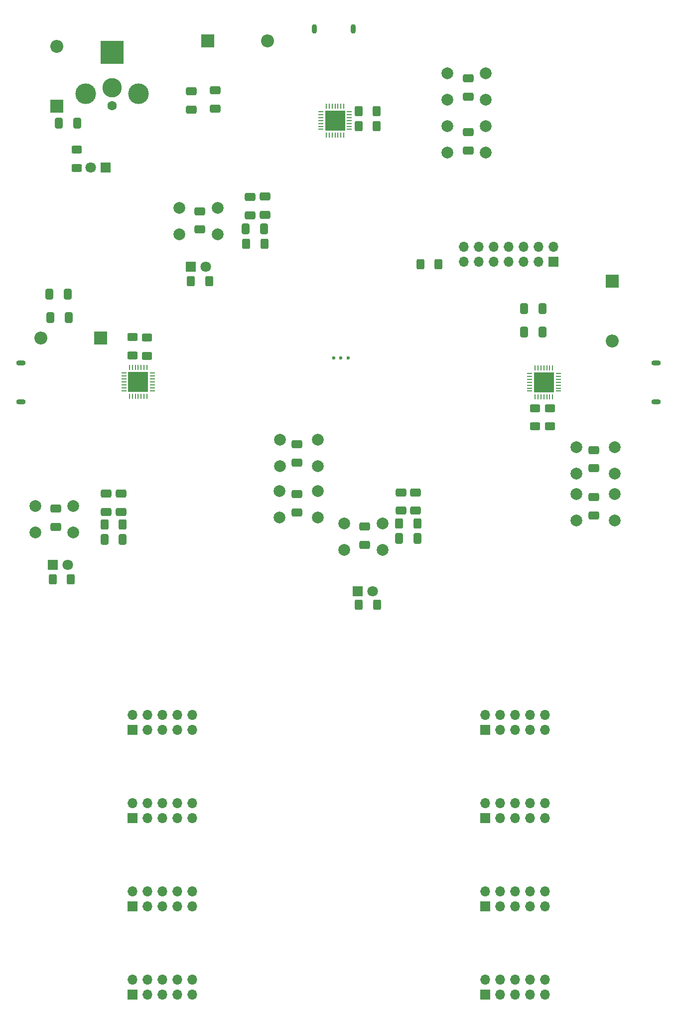
<source format=gbs>
%TF.GenerationSoftware,KiCad,Pcbnew,9.0.0*%
%TF.CreationDate,2025-04-09T12:56:57-04:00*%
%TF.ProjectId,Network_and_Switch,4e657477-6f72-46b5-9f61-6e645f537769,rev?*%
%TF.SameCoordinates,Original*%
%TF.FileFunction,Soldermask,Bot*%
%TF.FilePolarity,Negative*%
%FSLAX46Y46*%
G04 Gerber Fmt 4.6, Leading zero omitted, Abs format (unit mm)*
G04 Created by KiCad (PCBNEW 9.0.0) date 2025-04-09 12:56:57*
%MOMM*%
%LPD*%
G01*
G04 APERTURE LIST*
G04 Aperture macros list*
%AMRoundRect*
0 Rectangle with rounded corners*
0 $1 Rounding radius*
0 $2 $3 $4 $5 $6 $7 $8 $9 X,Y pos of 4 corners*
0 Add a 4 corners polygon primitive as box body*
4,1,4,$2,$3,$4,$5,$6,$7,$8,$9,$2,$3,0*
0 Add four circle primitives for the rounded corners*
1,1,$1+$1,$2,$3*
1,1,$1+$1,$4,$5*
1,1,$1+$1,$6,$7*
1,1,$1+$1,$8,$9*
0 Add four rect primitives between the rounded corners*
20,1,$1+$1,$2,$3,$4,$5,0*
20,1,$1+$1,$4,$5,$6,$7,0*
20,1,$1+$1,$6,$7,$8,$9,0*
20,1,$1+$1,$8,$9,$2,$3,0*%
G04 Aperture macros list end*
%ADD10C,2.000000*%
%ADD11R,2.200000X2.200000*%
%ADD12O,2.200000X2.200000*%
%ADD13R,1.800000X1.800000*%
%ADD14C,1.800000*%
%ADD15R,1.700000X1.700000*%
%ADD16O,1.700000X1.700000*%
%ADD17O,1.600000X0.900000*%
%ADD18C,1.600000*%
%ADD19R,4.000000X4.000000*%
%ADD20C,3.300000*%
%ADD21C,3.500000*%
%ADD22O,0.900000X1.600000*%
%ADD23RoundRect,0.250000X-0.650000X0.412500X-0.650000X-0.412500X0.650000X-0.412500X0.650000X0.412500X0*%
%ADD24RoundRect,0.250000X-0.400000X-0.625000X0.400000X-0.625000X0.400000X0.625000X-0.400000X0.625000X0*%
%ADD25RoundRect,0.062500X0.337500X0.062500X-0.337500X0.062500X-0.337500X-0.062500X0.337500X-0.062500X0*%
%ADD26RoundRect,0.062500X0.062500X0.337500X-0.062500X0.337500X-0.062500X-0.337500X0.062500X-0.337500X0*%
%ADD27R,3.350000X3.350000*%
%ADD28RoundRect,0.250000X0.400000X0.625000X-0.400000X0.625000X-0.400000X-0.625000X0.400000X-0.625000X0*%
%ADD29RoundRect,0.250000X0.650000X-0.412500X0.650000X0.412500X-0.650000X0.412500X-0.650000X-0.412500X0*%
%ADD30RoundRect,0.250000X-0.412500X-0.650000X0.412500X-0.650000X0.412500X0.650000X-0.412500X0.650000X0*%
%ADD31RoundRect,0.062500X-0.337500X-0.062500X0.337500X-0.062500X0.337500X0.062500X-0.337500X0.062500X0*%
%ADD32RoundRect,0.062500X-0.062500X-0.337500X0.062500X-0.337500X0.062500X0.337500X-0.062500X0.337500X0*%
%ADD33RoundRect,0.250000X-0.625000X0.400000X-0.625000X-0.400000X0.625000X-0.400000X0.625000X0.400000X0*%
%ADD34RoundRect,0.250000X0.625000X-0.400000X0.625000X0.400000X-0.625000X0.400000X-0.625000X-0.400000X0*%
%ADD35RoundRect,0.062500X-0.062500X0.337500X-0.062500X-0.337500X0.062500X-0.337500X0.062500X0.337500X0*%
%ADD36RoundRect,0.062500X-0.337500X0.062500X-0.337500X-0.062500X0.337500X-0.062500X0.337500X0.062500X0*%
%ADD37RoundRect,0.250000X0.412500X0.650000X-0.412500X0.650000X-0.412500X-0.650000X0.412500X-0.650000X0*%
%ADD38C,0.600000*%
G04 APERTURE END LIST*
D10*
%TO.C,SW2*%
X110500000Y-38500000D03*
X117000000Y-38500000D03*
X110500000Y-43000000D03*
X117000000Y-43000000D03*
%TD*%
D11*
%TO.C,D6*%
X138500000Y-64840000D03*
D12*
X138500000Y-75000000D03*
%TD*%
D10*
%TO.C,SW9*%
X40440000Y-103000000D03*
X46940000Y-103000000D03*
X40440000Y-107500000D03*
X46940000Y-107500000D03*
%TD*%
D13*
%TO.C,D7*%
X43400000Y-113000000D03*
D14*
X45940000Y-113000000D03*
%TD*%
D11*
%TO.C,D4*%
X51560000Y-74500000D03*
D12*
X41400000Y-74500000D03*
%TD*%
D11*
%TO.C,D2*%
X69740000Y-24000000D03*
D12*
X79900000Y-24000000D03*
%TD*%
D15*
%TO.C,S0_Comp_0*%
X57000000Y-141000000D03*
D16*
X57000000Y-138460000D03*
X59540000Y-141000000D03*
X59540000Y-138460000D03*
X62080000Y-141000000D03*
X62080000Y-138460000D03*
X64620000Y-141000000D03*
X64620000Y-138460000D03*
X67160000Y-141000000D03*
X67160000Y-138460000D03*
%TD*%
D15*
%TO.C,S1_Comp_2*%
X116900000Y-171000000D03*
D16*
X116900000Y-168460000D03*
X119440000Y-171000000D03*
X119440000Y-168460000D03*
X121980000Y-171000000D03*
X121980000Y-168460000D03*
X124520000Y-171000000D03*
X124520000Y-168460000D03*
X127060000Y-171000000D03*
X127060000Y-168460000D03*
%TD*%
D17*
%TO.C,J3*%
X38000000Y-78700000D03*
X38000000Y-85300000D03*
%TD*%
D10*
%TO.C,SW1*%
X110500000Y-29500000D03*
X117000000Y-29500000D03*
X110500000Y-34000000D03*
X117000000Y-34000000D03*
%TD*%
D15*
%TO.C,S1_Comp_3*%
X116900000Y-186000000D03*
D16*
X116900000Y-183460000D03*
X119440000Y-186000000D03*
X119440000Y-183460000D03*
X121980000Y-186000000D03*
X121980000Y-183460000D03*
X124520000Y-186000000D03*
X124520000Y-183460000D03*
X127060000Y-186000000D03*
X127060000Y-183460000D03*
%TD*%
D15*
%TO.C,S1_Comp_0*%
X116900000Y-141000000D03*
D16*
X116900000Y-138460000D03*
X119440000Y-141000000D03*
X119440000Y-138460000D03*
X121980000Y-141000000D03*
X121980000Y-138460000D03*
X124520000Y-141000000D03*
X124520000Y-138460000D03*
X127060000Y-141000000D03*
X127060000Y-138460000D03*
%TD*%
D13*
%TO.C,D8*%
X66860000Y-62400000D03*
D14*
X69400000Y-62400000D03*
%TD*%
D15*
%TO.C,S0_Comp_1*%
X57000000Y-156000000D03*
D16*
X57000000Y-153460000D03*
X59540000Y-156000000D03*
X59540000Y-153460000D03*
X62080000Y-156000000D03*
X62080000Y-153460000D03*
X64620000Y-156000000D03*
X64620000Y-153460000D03*
X67160000Y-156000000D03*
X67160000Y-153460000D03*
%TD*%
D10*
%TO.C,SW10*%
X64950000Y-52400000D03*
X71450000Y-52400000D03*
X64950000Y-56900000D03*
X71450000Y-56900000D03*
%TD*%
%TO.C,SW4*%
X81940000Y-100500000D03*
X88440000Y-100500000D03*
X81940000Y-105000000D03*
X88440000Y-105000000D03*
%TD*%
%TO.C,SW3*%
X82000000Y-91750000D03*
X88500000Y-91750000D03*
X82000000Y-96250000D03*
X88500000Y-96250000D03*
%TD*%
%TO.C,SW5*%
X132440000Y-93000000D03*
X138940000Y-93000000D03*
X132440000Y-97500000D03*
X138940000Y-97500000D03*
%TD*%
D11*
%TO.C,D3*%
X44100000Y-35160000D03*
D12*
X44100000Y-25000000D03*
%TD*%
D15*
%TO.C,S0_Comp_2*%
X57000000Y-171000000D03*
D16*
X57000000Y-168460000D03*
X59540000Y-171000000D03*
X59540000Y-168460000D03*
X62080000Y-171000000D03*
X62080000Y-168460000D03*
X64620000Y-171000000D03*
X64620000Y-168460000D03*
X67160000Y-171000000D03*
X67160000Y-168460000D03*
%TD*%
D13*
%TO.C,D1*%
X52440000Y-45500000D03*
D14*
X49900000Y-45500000D03*
%TD*%
D10*
%TO.C,SW6*%
X132440000Y-101000000D03*
X138940000Y-101000000D03*
X132440000Y-105500000D03*
X138940000Y-105500000D03*
%TD*%
%TO.C,SW7*%
X93000000Y-106000000D03*
X99500000Y-106000000D03*
X93000000Y-110500000D03*
X99500000Y-110500000D03*
%TD*%
D13*
%TO.C,D10*%
X95230000Y-117500000D03*
D14*
X97770000Y-117500000D03*
%TD*%
D15*
%TO.C,S1_Comp_1*%
X116900000Y-156000000D03*
D16*
X116900000Y-153460000D03*
X119440000Y-156000000D03*
X119440000Y-153460000D03*
X121980000Y-156000000D03*
X121980000Y-153460000D03*
X124520000Y-156000000D03*
X124520000Y-153460000D03*
X127060000Y-156000000D03*
X127060000Y-153460000D03*
%TD*%
D17*
%TO.C,J2*%
X146000000Y-85300000D03*
X146000000Y-78700000D03*
%TD*%
D18*
%TO.C,J5*%
X53500000Y-35000000D03*
D19*
X53500000Y-26000000D03*
D20*
X53500000Y-32000000D03*
D21*
X49000000Y-33000000D03*
X58000000Y-33000000D03*
%TD*%
D22*
%TO.C,J1*%
X94500000Y-22000000D03*
X87900000Y-22000000D03*
%TD*%
D15*
%TO.C,S0_Comp_3*%
X57000000Y-186000000D03*
D16*
X57000000Y-183460000D03*
X59540000Y-186000000D03*
X59540000Y-183460000D03*
X62080000Y-186000000D03*
X62080000Y-183460000D03*
X64620000Y-186000000D03*
X64620000Y-183460000D03*
X67160000Y-186000000D03*
X67160000Y-183460000D03*
%TD*%
D23*
%TO.C,C19*%
X135400000Y-93500000D03*
X135400000Y-96625000D03*
%TD*%
D24*
%TO.C,R9*%
X52200000Y-106175000D03*
X55300000Y-106175000D03*
%TD*%
D25*
%TO.C,U15*%
X129334050Y-80500000D03*
X129334050Y-81000000D03*
X129334050Y-81500000D03*
X129334050Y-82000000D03*
X129334050Y-82500000D03*
X129334050Y-83000000D03*
X129334050Y-83500000D03*
D26*
X128384050Y-84450000D03*
X127884050Y-84450000D03*
X127384050Y-84450000D03*
X126884050Y-84450000D03*
X126384050Y-84450000D03*
X125884050Y-84450000D03*
X125384050Y-84450000D03*
D25*
X124434050Y-83500000D03*
X124434050Y-83000000D03*
X124434050Y-82500000D03*
X124434050Y-82000000D03*
X124434050Y-81500000D03*
X124434050Y-81000000D03*
X124434050Y-80500000D03*
D26*
X125384050Y-79550000D03*
X125884050Y-79550000D03*
X126384050Y-79550000D03*
X126884050Y-79550000D03*
X127384050Y-79550000D03*
X127884050Y-79550000D03*
X128384050Y-79550000D03*
D27*
X126884050Y-82000000D03*
%TD*%
D28*
%TO.C,R7*%
X98500000Y-36000000D03*
X95400000Y-36000000D03*
%TD*%
D29*
%TO.C,C13*%
X55000000Y-104000000D03*
X55000000Y-100875000D03*
%TD*%
D30*
%TO.C,C12*%
X52200000Y-108675000D03*
X55325000Y-108675000D03*
%TD*%
D23*
%TO.C,C10*%
X84900000Y-92500000D03*
X84900000Y-95625000D03*
%TD*%
D31*
%TO.C,U10*%
X55500000Y-83450000D03*
X55500000Y-82950000D03*
X55500000Y-82450000D03*
X55500000Y-81950000D03*
X55500000Y-81450000D03*
X55500000Y-80950000D03*
X55500000Y-80450000D03*
D32*
X56450000Y-79500000D03*
X56950000Y-79500000D03*
X57450000Y-79500000D03*
X57950000Y-79500000D03*
X58450000Y-79500000D03*
X58950000Y-79500000D03*
X59450000Y-79500000D03*
D31*
X60400000Y-80450000D03*
X60400000Y-80950000D03*
X60400000Y-81450000D03*
X60400000Y-81950000D03*
X60400000Y-82450000D03*
X60400000Y-82950000D03*
X60400000Y-83450000D03*
D32*
X59450000Y-84400000D03*
X58950000Y-84400000D03*
X58450000Y-84400000D03*
X57950000Y-84400000D03*
X57450000Y-84400000D03*
X56950000Y-84400000D03*
X56450000Y-84400000D03*
D27*
X57950000Y-81950000D03*
%TD*%
D23*
%TO.C,C7*%
X67000000Y-32562500D03*
X67000000Y-35687500D03*
%TD*%
D33*
%TO.C,R24*%
X125394050Y-86400000D03*
X125394050Y-89500000D03*
%TD*%
D34*
%TO.C,R16*%
X59450000Y-77500000D03*
X59450000Y-74400000D03*
%TD*%
D29*
%TO.C,C15*%
X52500000Y-104000000D03*
X52500000Y-100875000D03*
%TD*%
%TO.C,C24*%
X105100000Y-103825000D03*
X105100000Y-100700000D03*
%TD*%
D30*
%TO.C,C21*%
X102300000Y-108500000D03*
X105425000Y-108500000D03*
%TD*%
D24*
%TO.C,R28*%
X95450000Y-119800000D03*
X98550000Y-119800000D03*
%TD*%
D35*
%TO.C,U5*%
X89900000Y-35100000D03*
X90400000Y-35100000D03*
X90900000Y-35100000D03*
X91400000Y-35100000D03*
X91900000Y-35100000D03*
X92400000Y-35100000D03*
X92900000Y-35100000D03*
D36*
X93850000Y-36050000D03*
X93850000Y-36550000D03*
X93850000Y-37050000D03*
X93850000Y-37550000D03*
X93850000Y-38050000D03*
X93850000Y-38550000D03*
X93850000Y-39050000D03*
D35*
X92900000Y-40000000D03*
X92400000Y-40000000D03*
X91900000Y-40000000D03*
X91400000Y-40000000D03*
X90900000Y-40000000D03*
X90400000Y-40000000D03*
X89900000Y-40000000D03*
D36*
X88950000Y-39050000D03*
X88950000Y-38550000D03*
X88950000Y-38050000D03*
X88950000Y-37550000D03*
X88950000Y-37050000D03*
X88950000Y-36550000D03*
X88950000Y-36050000D03*
D27*
X91400000Y-37550000D03*
%TD*%
D24*
%TO.C,R17*%
X102300000Y-106000000D03*
X105400000Y-106000000D03*
%TD*%
D30*
%TO.C,C31*%
X123500000Y-73500000D03*
X126625000Y-73500000D03*
%TD*%
D23*
%TO.C,C32*%
X68400000Y-52950000D03*
X68400000Y-56075000D03*
%TD*%
%TO.C,C1*%
X114060000Y-30375000D03*
X114060000Y-33500000D03*
%TD*%
D37*
%TO.C,C16*%
X46000000Y-67000000D03*
X42875000Y-67000000D03*
%TD*%
D23*
%TO.C,C30*%
X43900000Y-103437500D03*
X43900000Y-106562500D03*
%TD*%
D33*
%TO.C,R2*%
X47500000Y-42500000D03*
X47500000Y-45600000D03*
%TD*%
D23*
%TO.C,C14*%
X84900000Y-101000000D03*
X84900000Y-104125000D03*
%TD*%
D28*
%TO.C,R25*%
X109000000Y-62000000D03*
X105900000Y-62000000D03*
%TD*%
D24*
%TO.C,R8*%
X95400000Y-38500000D03*
X98500000Y-38500000D03*
%TD*%
%TO.C,R18*%
X43400000Y-115500000D03*
X46500000Y-115500000D03*
%TD*%
D23*
%TO.C,C23*%
X135400000Y-101500000D03*
X135400000Y-104625000D03*
%TD*%
D29*
%TO.C,C35*%
X79500000Y-53575000D03*
X79500000Y-50450000D03*
%TD*%
D23*
%TO.C,C5*%
X114060000Y-39500000D03*
X114060000Y-42625000D03*
%TD*%
D37*
%TO.C,C33*%
X79362500Y-55950000D03*
X76237500Y-55950000D03*
%TD*%
%TO.C,C25*%
X126625000Y-69500000D03*
X123500000Y-69500000D03*
%TD*%
D29*
%TO.C,C11*%
X71000000Y-35562500D03*
X71000000Y-32437500D03*
%TD*%
D24*
%TO.C,R26*%
X66900000Y-64850000D03*
X70000000Y-64850000D03*
%TD*%
D15*
%TO.C,J4*%
X128540000Y-61540000D03*
D16*
X128540000Y-59000000D03*
X126000000Y-61540000D03*
X126000000Y-59000000D03*
X123460000Y-61540000D03*
X123460000Y-59000000D03*
X120920000Y-61540000D03*
X120920000Y-59000000D03*
X118380000Y-61540000D03*
X118380000Y-59000000D03*
X115840000Y-61540000D03*
X115840000Y-59000000D03*
X113300000Y-61540000D03*
X113300000Y-59000000D03*
%TD*%
D30*
%TO.C,C20*%
X43000000Y-71000000D03*
X46125000Y-71000000D03*
%TD*%
D23*
%TO.C,C28*%
X96460000Y-106500000D03*
X96460000Y-109625000D03*
%TD*%
D34*
%TO.C,R23*%
X127894050Y-89500000D03*
X127894050Y-86400000D03*
%TD*%
D29*
%TO.C,C34*%
X76950000Y-53625000D03*
X76950000Y-50500000D03*
%TD*%
D30*
%TO.C,C2*%
X44475000Y-38000000D03*
X47600000Y-38000000D03*
%TD*%
D28*
%TO.C,R27*%
X79400000Y-58450000D03*
X76300000Y-58450000D03*
%TD*%
D33*
%TO.C,R15*%
X57000000Y-74350000D03*
X57000000Y-77450000D03*
%TD*%
D29*
%TO.C,C22*%
X102600000Y-103825000D03*
X102600000Y-100700000D03*
%TD*%
D38*
X93600000Y-77900000D03*
X91200000Y-77900000D03*
X92400000Y-77900000D03*
M02*

</source>
